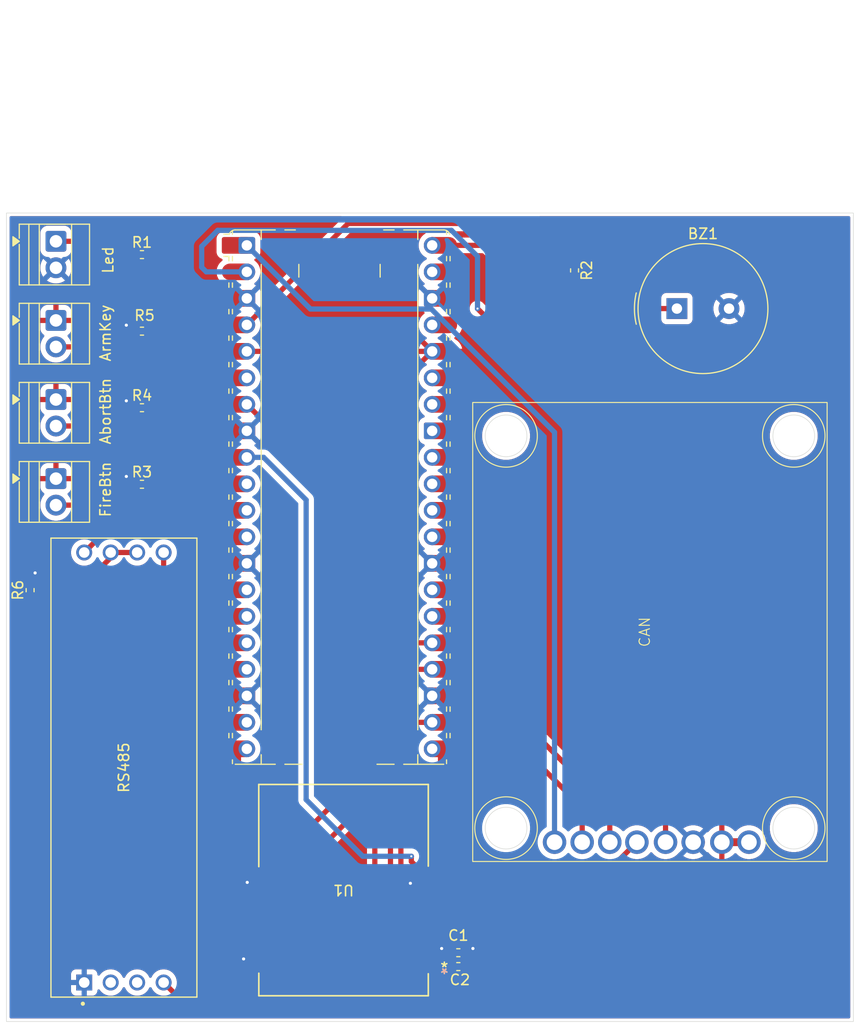
<source format=kicad_pcb>
(kicad_pcb (version 20241229) (generator "pcbnew") (generator_version "9.0")
  (layers (0 "F.Cu" signal) (2 "B.Cu" signal) (13 "F.Paste" user) (15 "B.Paste" user) (5 "F.SilkS" user "F.Silkscreen") (7 "B.SilkS" user "B.Silkscreen") (1 "F.Mask" user) (3 "B.Mask" user) (25 "Edge.Cuts" user))
  (net 0 "")
  (net 1 "/BUZZER_SIGNAL")
  (net 3 "/SPI0_MISO")
  (net 4 "/SPI0_SCK")
  (net 5 "/RADIO_BUSY")
  (net 7 "/LED_SIGNAL")
  (net 8 "/ABORT_SIGNAL")
  (net 11 "Net-(Led1-Pin_1)")
  (net 12 "/SPI0_MOSI")
  (net 14 "/RADIO_CS")
  (net 16 "Net-(BZ1-+)")
  (net 17 "/RS_TXEN")
  (net 20 "/RADIO_NRESET")
  (net 21 "/RADIO_DIO1")
  (net 23 "/RS_DE")
  (net 24 "/RS_DI")
  (net 29 "GND")
  (net 30 "/RS_B")
  (net 31 "/RS_A")
  (net 32 "+3.3V")
  (net 33 "/ARM_SIGNAL")
  (net 34 "/FIRE_SIGNAL")
  (net 35 "/RADIO_RX_EN")
  (net 36 "/RADIO_TX_EN")
  (net 37 "+5V")
  (net 38 "/RS_RO")
  (net 39 "/CAN_CS")
  (net 40 "/CAN_INT")
  (footprint "CANController:CANController" (layer "F.Cu") (at 169.98 107.66 90)
    (property "Reference" "CAN" (at 0 -0.5 90) (layer "F.SilkS") (effects (font (thickness 0.1))))
    (property "Value" "~")
    (fp_circle (center 18.8 -13.8) (end 20.8 -13.8) (stroke (width 0.05)) (fill no) (layer "Edge.Cuts"))
    (fp_circle (center -18.8 -13.8) (end -16.8 -13.8) (stroke (width 0.05)) (fill no) (layer "Edge.Cuts"))
    (fp_circle (center 18.8 13.8) (end 20.8 13.8) (stroke (width 0.05)) (fill no) (layer "Edge.Cuts"))
    (fp_circle (center -18.8 13.8) (end -16.8 13.8) (stroke (width 0.05)) (fill no) (layer "Edge.Cuts"))
    (pad "1" thru_hole circle (at -20.15 -9.15 90) (size 2.25 2.25) (drill 1.5) (layers "*.Cu" "*.Mask") (net 40 "/CAN_INT"))
    (pad "2" thru_hole circle (at -20.15 -6.5 90) (size 2.25 2.25) (drill 1.5) (layers "*.Cu" "*.Mask") (net 4 "/SPI0_SCK"))
    (pad "3" thru_hole circle (at -20.15 -3.85 90) (size 2.25 2.25) (drill 1.5) (layers "*.Cu" "*.Mask") (net 12 "/SPI0_MOSI"))
    (pad "4" thru_hole circle (at -20.15 -1.25 90) (size 2.25 2.25) (drill 1.5) (layers "*.Cu" "*.Mask") (net 3 "/SPI0_MISO"))
    (pad "5" thru_hole circle (at -20.15 1.5 90) (size 2.25 2.25) (drill 1.5) (layers "*.Cu" "*.Mask") (net 39 "/CAN_CS"))
    (pad "6" thru_hole circle (at -20.15 4.15 90) (size 2.25 2.25) (drill 1.5) (layers "*.Cu" "*.Mask") (net 29 "GND"))
    (pad "7" thru_hole circle (at -20.15 6.9 90) (size 2.25 2.25) (drill 1.5) (layers "*.Cu" "*.Mask") (net 37 "+5V"))
    (pad "8" thru_hole circle (at -20.15 9.5 90) (size 2.25 2.25) (drill 1.5) (layers "*.Cu" "*.Mask") (net 37 "+5V"))
  )
  (footprint "Buzzer_Beeper:Buzzer_TDK_PS1240P02BT_D12.2mm_H6.5mm" (layer "F.Cu") (at 172.569216 76.66)
    (property "Reference" "BZ1" (at 2.5 -7.17 0) (layer "F.SilkS"))
    (property "Value" "Buzzer")
    (pad "1" thru_hole rect (at 0 0) (size 2 2) (drill 1) (layers "*.Cu" "*.Mask") (net 16 "Net-(BZ1-+)"))
    (pad "2" thru_hole circle (at 5 0) (size 2 2) (drill 1) (layers "*.Cu" "*.Mask") (net 29 "GND"))
  )
  (footprint "MAX485Module:MODULE_MAX485_MODULE_5V_LOGIC_TLL_TO_RS-485_CONVERTER" (layer "F.Cu") (at 119.52 120.66 90)
    (property "Reference" "RS485" (at 0 0 90) (layer "F.SilkS"))
    (property "Value" "MAX485_MODULE_5V_LOGIC_TLL_TO_RS-485_CONVERTER" (hide yes))
    (pad "1" thru_hole rect (at -20.6 -3.81 90) (size 1.53 1.53) (drill 1.02) (layers "*.Cu" "*.Mask") (net 29 "GND"))
    (pad "2" thru_hole circle (at -20.6 -1.27 90) (size 1.53 1.53) (drill 1.02) (layers "*.Cu" "*.Mask") (net 31 "/RS_A"))
    (pad "3" thru_hole circle (at -20.6 1.27 90) (size 1.53 1.53) (drill 1.02) (layers "*.Cu" "*.Mask") (net 30 "/RS_B"))
    (pad "4" thru_hole circle (at -20.6 3.81 90) (size 1.53 1.53) (drill 1.02) (layers "*.Cu" "*.Mask") (net 37 "+5V"))
    (pad "5" thru_hole circle (at 20.62 3.81 90) (size 1.53 1.53) (drill 1.02) (layers "*.Cu" "*.Mask") (net 38 "/RS_RO"))
    (pad "6" thru_hole circle (at 20.62 1.27 90) (size 1.53 1.53) (drill 1.02) (layers "*.Cu" "*.Mask") (net 17 "/RS_TXEN"))
    (pad "7" thru_hole circle (at 20.62 -1.27 90) (size 1.53 1.53) (drill 1.02) (layers "*.Cu" "*.Mask") (net 17 "/RS_TXEN"))
    (pad "8" thru_hole circle (at 20.62 -3.81 90) (size 1.53 1.53) (drill 1.02) (layers "*.Cu" "*.Mask") (net 24 "/RS_DI"))
  )
  (footprint "TerminalBlock:TerminalBlock_Xinya_XY308-2.54-2P_1x02_P2.54mm_Horizontal" (layer "F.Cu") (at 113 70.21 -90)
    (property "Reference" "Led" (at 1.79 -5 90) (layer "F.SilkS"))
    (property "Value" ".")
    (pad "1" thru_hole roundrect (at 0 0 270) (size 2 2) (drill 1.2) (layers "*.Cu" "*.Mask") (roundrect_rratio 0.125) (net 11 "Net-(Led1-Pin_1)"))
    (pad "2" thru_hole circle (at 2.54 0 270) (size 2 2) (drill 1.2) (layers "*.Cu" "*.Mask") (net 29 "GND"))
  )
  (footprint "Rádio:E28-2G4M27SX_CGD" (layer "F.Cu") (at 140.59 132.4031 180)
    (property "Reference" "U1" (at 0 0 180) (layer "F.SilkS"))
    (property "Value" "E28-2G4M27SX")
    (fp_text user "*" (at -9.67 -7.45 180) (layer "F.SilkS"))
    (fp_text user "*" (at -9.67 -7.45 0) (layer "F.SilkS"))
    (fp_text user "*" (at -9.67 -7.45 180) (layer "B.SilkS"))
    (pad "1" smd rect (at -7.6581 -7.305 180) (size 1.2954 0.762) (layers "F.Cu" "F.Mask" "F.Paste") (net 32 "+3.3V"))
    (pad "2" smd rect (at -7.6581 -6.035 180) (size 1.2954 0.762) (layers "F.Cu" "F.Mask" "F.Paste") (net 29 "GND"))
    (pad "3" smd rect (at -7.6581 -4.765 180) (size 1.2954 0.762) (layers "F.Cu" "F.Mask" "F.Paste") (net 3 "/SPI0_MISO"))
    (pad "4" smd rect (at -7.6581 -3.495 180) (size 1.2954 0.762) (layers "F.Cu" "F.Mask" "F.Paste") (net 12 "/SPI0_MOSI"))
    (pad "5" smd rect (at -7.6581 -2.225 180) (size 1.2954 0.762) (layers "F.Cu" "F.Mask" "F.Paste") (net 4 "/SPI0_SCK"))
    (pad "6" smd rect (at -7.6581 -0.955 180) (size 1.2954 0.762) (layers "F.Cu" "F.Mask" "F.Paste") (net 14 "/RADIO_CS"))
    (pad "7" smd rect (at -7.6581 0.315 180) (size 1.2954 0.762) (layers "F.Cu" "F.Mask" "F.Paste") (net 29 "GND"))
    (pad "8" smd rect (at -7.6581 1.585 180) (size 1.2954 0.762) (layers "F.Cu" "F.Mask" "F.Paste") (net 35 "/RADIO_RX_EN"))
    (pad "9" smd rect (at 7.6581 1.585 180) (size 1.2954 0.762) (layers "F.Cu" "F.Mask" "F.Paste") (net 36 "/RADIO_TX_EN"))
    (pad "10" smd rect (at 7.6581 0.315 180) (size 1.2954 0.762) (layers "F.Cu" "F.Mask" "F.Paste") (net 29 "GND"))
    (pad "11" smd rect (at 7.6581 -0.955 180) (size 1.2954 0.762) (layers "F.Cu" "F.Mask" "F.Paste") (net 20 "/RADIO_NRESET"))
    (pad "12" smd rect (at 7.6581 -2.225 180) (size 1.2954 0.762) (layers "F.Cu" "F.Mask" "F.Paste") (net 5 "/RADIO_BUSY"))
    (pad "13" smd rect (at 7.6581 -3.495 180) (size 1.2954 0.762) (layers "F.Cu" "F.Mask" "F.Paste") (net 21 "/RADIO_DIO1"))
    (pad "14" smd rect (at 7.6581 -4.765 180) (size 1.2954 0.762) (layers "F.Cu" "F.Mask" "F.Paste"))
    (pad "15" smd rect (at 7.6581 -6.035 180) (size 1.2954 0.762) (layers "F.Cu" "F.Mask" "F.Paste"))
    (pad "16" smd rect (at 7.6581 -7.305 180) (size 1.2954 0.762) (layers "F.Cu" "F.Mask" "F.Paste") (net 29 "GND"))
  )
  (footprint "Resistor_SMD:R_0402_1005Metric" (layer "F.Cu") (at 110.52 103.65 90)
    (property "Reference" "R6" (at 0 -1.17 90) (layer "F.SilkS"))
    (property "Value" "1KΩ")
    (pad "1" smd roundrect (at -0.51 0 90) (size 0.54 0.64) (layers "F.Cu" "F.Mask" "F.Paste") (net 17 "/RS_TXEN"))
    (pad "2" smd roundrect (at 0.51 0 90) (size 0.54 0.64) (layers "F.Cu" "F.Mask" "F.Paste") (net 29 "GND"))
  )
  (footprint "TerminalBlock:TerminalBlock_Xinya_XY308-2.54-2P_1x02_P2.54mm_Horizontal" (layer "F.Cu") (at 113 85.376667 -90)
    (property "Reference" "AbortBtn" (at 1.123333 -4.75 90) (layer "F.SilkS"))
    (property "Value" ".")
    (pad "1" thru_hole roundrect (at 0 0 270) (size 2 2) (drill 1.2) (layers "*.Cu" "*.Mask") (roundrect_rratio 0.125) (net 32 "+3.3V"))
    (pad "2" thru_hole circle (at 2.54 0 270) (size 2 2) (drill 1.2) (layers "*.Cu" "*.Mask") (net 8 "/ABORT_SIGNAL"))
  )
  (footprint "Resistor_SMD:R_0402_1005Metric" (layer "F.Cu") (at 121.25 71.485)
    (property "Reference" "R1" (at 0 -1.17 0) (layer "F.SilkS"))
    (property "Value" "220Ω")
    (pad "1" smd roundrect (at -0.51 0) (size 0.54 0.64) (layers "F.Cu" "F.Mask" "F.Paste") (net 11 "Net-(Led1-Pin_1)"))
    (pad "2" smd roundrect (at 0.51 0) (size 0.54 0.64) (layers "F.Cu" "F.Mask" "F.Paste") (net 7 "/LED_SIGNAL"))
  )
  (footprint "TerminalBlock:TerminalBlock_Xinya_XY308-2.54-2P_1x02_P2.54mm_Horizontal" (layer "F.Cu") (at 113 77.793333 -90)
    (property "Reference" "ArmKey" (at 1.206667 -4.75 90) (layer "F.SilkS"))
    (property "Value" ".")
    (pad "1" thru_hole roundrect (at 0 0 270) (size 2 2) (drill 1.2) (layers "*.Cu" "*.Mask") (roundrect_rratio 0.125) (net 32 "+3.3V"))
    (pad "2" thru_hole circle (at 2.54 0 270) (size 2 2) (drill 1.2) (layers "*.Cu" "*.Mask") (net 33 "/ARM_SIGNAL"))
  )
  (footprint "Module:RaspberryPi_Pico_Common_Unspecified" (layer "F.Cu") (at 140.2 94.73)
    (property "Reference" "A1" (hide yes))
    (property "Value" "RaspberryPi_Pico")
    (pad "1" smd custom (at -9.69 -24.13) (size 1.6 0.8) (layers "F.Cu" "F.Mask") (net 40 "/CAN_INT") (options (clearance outline) (anchor rect)) (primitives (gr_circle (center 0.8 0) (end 1.6 0) (width 0) (fill yes)) (gr_poly (pts (xy -1.6 -0.6) (xy -1.6 0.6) (xy -1.4 0.8) (xy 0.8 0.8) (xy 0.8 -0.8) (xy -1.4 -0.8)) (width 0) (fill yes)) (gr_circle (center -1.4 -0.6) (end -1.2 -0.6) (width 0) (fill yes)) (gr_circle (center -1.4 0.6) (end -1.2 0.6) (width 0) (fill yes))))
    (pad "1" thru_hole roundrect (at -8.89 -24.13) (size 1.6 1.6) (drill 1) (layers "*.Cu" "*.Mask") (roundrect_rratio 0.125) (net 40 "/CAN_INT"))
    (pad "2" smd roundrect (at -9.69 -21.59) (size 3.2 1.6) (layers "F.Cu" "F.Mask") (roundrect_rratio 0.5) (net 39 "/CAN_CS"))
    (pad "2" thru_hole circle (at -8.89 -21.59) (size 1.6 1.6) (drill 1) (layers "*.Cu" "*.Mask") (net 39 "/CAN_CS"))
    (pad "3" smd custom (at -9.69 -19.05) (size 1.6 0.8) (layers "F.Cu" "F.Mask") (net 29 "GND") (options (clearance outline) (anchor rect)) (primitives (gr_circle (center -0.8 0) (end 0 0) (width 0) (fill yes)) (gr_poly (pts (xy 1.6 -0.6) (xy 1.6 0.6) (xy 1.4 0.8) (xy -0.8 0.8) (xy -0.8 -0.8) (xy 1.4 -0.8)) (width 0) (fill yes)) (gr_circle (center 1.4 -0.6) (end 1.6 -0.6) (width 0) (fill yes)) (gr_circle (center 1.4 0.6) (end 1.6 0.6) (width 0) (fill yes))))
    (pad "3" thru_hole custom (at -8.89 -19.05) (size 1.6 1.6) (drill 1) (layers "*.Cu" "*.Mask") (net 29 "GND") (options (clearance outline) (anchor circle)) (primitives (gr_poly (pts (xy 0.8 0.6) (xy 0.8 -0.6) (xy 0.6 -0.8) (xy 0 -0.8) (xy 0 0.8) (xy 0.6 0.8)) (width 0) (fill yes)) (gr_circle (center 0.6 0.6) (end 0.8 0.6) (width 0) (fill yes)) (gr_circle (center 0.6 -0.6) (end 0.8 -0.6) (width 0) (fill yes))))
    (pad "4" smd roundrect (at -9.69 -16.51) (size 3.2 1.6) (layers "F.Cu" "F.Mask") (roundrect_rratio 0.5) (net 1 "/BUZZER_SIGNAL"))
    (pad "4" thru_hole circle (at -8.89 -16.51) (size 1.6 1.6) (drill 1) (layers "*.Cu" "*.Mask") (net 1 "/BUZZER_SIGNAL"))
    (pad "5" smd roundrect (at -9.69 -13.97) (size 3.2 1.6) (layers "F.Cu" "F.Mask") (roundrect_rratio 0.5) (net 20 "/RADIO_NRESET"))
    (pad "5" thru_hole circle (at -8.89 -13.97) (size 1.6 1.6) (drill 1) (layers "*.Cu" "*.Mask") (net 20 "/RADIO_NRESET"))
    (pad "6" smd roundrect (at -9.69 -11.43) (size 3.2 1.6) (layers "F.Cu" "F.Mask") (roundrect_rratio 0.5))
    (pad "6" thru_hole circle (at -8.89 -11.43) (size 1.6 1.6) (drill 1) (layers "*.Cu" "*.Mask"))
    (pad "7" smd roundrect (at -9.69 -8.89) (size 3.2 1.6) (layers "F.Cu" "F.Mask") (roundrect_rratio 0.5) (net 36 "/RADIO_TX_EN"))
    (pad "7" thru_hole circle (at -8.89 -8.89) (size 1.6 1.6) (drill 1) (layers "*.Cu" "*.Mask") (net 36 "/RADIO_TX_EN"))
    (pad "8" smd custom (at -9.69 -6.35) (size 1.6 0.8) (layers "F.Cu" "F.Mask") (net 29 "GND") (options (clearance outline) (anchor rect)) (primitives (gr_circle (center -0.8 0) (end 0 0) (width 0) (fill yes)) (gr_poly (pts (xy 1.6 -0.6) (xy 1.6 0.6) (xy 1.4 0.8) (xy -0.8 0.8) (xy -0.8 -0.8) (xy 1.4 -0.8)) (width 0) (fill yes)) (gr_circle (center 1.4 -0.6) (end 1.6 -0.6) (width 0) (fill yes)) (gr_circle (center 1.4 0.6) (end 1.6 0.6) (width 0) (fill yes))))
    (pad "8" thru_hole custom (at -8.89 -6.35) (size 1.6 1.6) (drill 1) (layers "*.Cu" "*.Mask") (net 29 "GND") (options (clearance outline) (anchor circle)) (primitives (gr_poly (pts (xy 0.8 0.6) (xy 0.8 -0.6) (xy 0.6 -0.8) (xy 0 -0.8) (xy 0 0.8) (xy 0.6 0.8)) (width 0) (fill yes)) (gr_circle (center 0.6 0.6) (end 0.8 0.6) (width 0) (fill yes)) (gr_circle (center 0.6 -0.6) (end 0.8 -0.6) (width 0) (fill yes))))
    (pad "9" smd roundrect (at -9.69 -3.81) (size 3.2 1.6) (layers "F.Cu" "F.Mask") (roundrect_rratio 0.5) (net 35 "/RADIO_RX_EN"))
    (pad "9" thru_hole circle (at -8.89 -3.81) (size 1.6 1.6) (drill 1) (layers "*.Cu" "*.Mask") (net 35 "/RADIO_RX_EN"))
    (pad "10" smd roundrect (at -9.69 -1.27) (size 3.2 1.6) (layers "F.Cu" "F.Mask") (roundrect_rratio 0.5) (net 1 "/BUZZER_SIGNAL"))
    (pad "10" thru_hole circle (at -8.89 -1.27) (size 1.6 1.6) (drill 1) (layers "*.Cu" "*.Mask") (net 1 "/BUZZER_SIGNAL"))
    (pad "11" smd roundrect (at -9.69 1.27) (size 3.2 1.6) (layers "F.Cu" "F.Mask") (roundrect_rratio 0.5) (net 7 "/LED_SIGNAL"))
    (pad "11" thru_hole circle (at -8.89 1.27) (size 1.6 1.6) (drill 1) (layers "*.Cu" "*.Mask") (net 7 "/LED_SIGNAL"))
    (pad "12" smd roundrect (at -9.69 3.81) (size 3.2 1.6) (layers "F.Cu" "F.Mask") (roundrect_rratio 0.5) (net 33 "/ARM_SIGNAL"))
    (pad "12" thru_hole circle (at -8.89 3.81) (size 1.6 1.6) (drill 1) (layers "*.Cu" "*.Mask") (net 33 "/ARM_SIGNAL"))
    (pad "13" smd custom (at -9.69 6.35) (size 1.6 0.8) (layers "F.Cu" "F.Mask") (net 29 "GND") (options (clearance outline) (anchor rect)) (primitives (gr_circle (center -0.8 0) (end 0 0) (width 0) (fill yes)) (gr_poly (pts (xy 1.6 -0.6) (xy 1.6 0.6) (xy 1.4 0.8) (xy -0.8 0.8) (xy -0.8 -0.8) (xy 1.4 -0.8)) (width 0) (fill yes)) (gr_circle (center 1.4 -0.6) (end 1.6 -0.6) (width 0) (fill yes)) (gr_circle (center 1.4 0.6) (end 1.6 0.6) (width 0) (fill yes))))
    (pad "13" thru_hole custom (at -8.89 6.35) (size 1.6 1.6) (drill 1) (layers "*.Cu" "*.Mask") (net 29 "GND") (options (clearance outline) (anchor circle)) (primitives (gr_poly (pts (xy 0.8 0.6) (xy 0.8 -0.6) (xy 0.6 -0.8) (xy 0 -0.8) (xy 0 0.8) (xy 0.6 0.8)) (width 0) (fill yes)) (gr_circle (center 0.6 0.6) (end 0.8 0.6) (width 0) (fill yes)) (gr_circle (center 0.6 -0.6) (end 0.8 -0.6) (width 0) (fill yes))))
    (pad "14" smd roundrect (at -9.69 8.89) (size 3.2 1.6) (layers "F.Cu" "F.Mask") (roundrect_rratio 0.5) (net 8 "/ABORT_SIGNAL"))
    (pad "14" thru_hole circle (at -8.89 8.89) (size 1.6 1.6) (drill 1) (layers "*.Cu" "*.Mask") (net 8 "/ABORT_SIGNAL"))
    (pad "15" smd roundrect (at -9.69 11.43) (size 3.2 1.6) (layers "F.Cu" "F.Mask") (roundrect_rratio 0.5) (net 34 "/FIRE_SIGNAL"))
    (pad "15" thru_hole circle (at -8.89 11.43) (size 1.6 1.6) (drill 1) (layers "*.Cu" "*.Mask") (net 34 "/FIRE_SIGNAL"))
    (pad "16" smd roundrect (at -9.69 13.97) (size 3.2 1.6) (layers "F.Cu" "F.Mask") (roundrect_rratio 0.5) (net 24 "/RS_DI"))
    (pad "16" thru_hole circle (at -8.89 13.97) (size 1.6 1.6) (drill 1) (layers "*.Cu" "*.Mask") (net 24 "/RS_DI"))
    (pad "17" smd roundrect (at -9.69 16.51) (size 3.2 1.6) (layers "F.Cu" "F.Mask") (roundrect_rratio 0.5) (net 38 "/RS_RO"))
    (pad "17" thru_hole circle (at -8.89 16.51) (size 1.6 1.6) (drill 1) (layers "*.Cu" "*.Mask") (net 38 "/RS_RO"))
    (pad "18" smd custom (at -9.69 19.05) (size 1.6 0.8) (layers "F.Cu" "F.Mask") (net 29 "GND") (options (clearance outline) (anchor rect)) (primitives (gr_circle (center -0.8 0) (end 0 0) (width 0) (fill yes)) (gr_poly (pts (xy 1.6 -0.6) (xy 1.6 0.6) (xy 1.4 0.8) (xy -0.8 0.8) (xy -0.8 -0.8) (xy 1.4 -0.8)) (width 0) (fill yes)) (gr_circle (center 1.4 -0.6) (end 1.6 -0.6) (width 0) (fill yes)) (gr_circle (center 1.4 0.6) (end 1.6 0.6) (width 0) (fill yes))))
    (pad "18" thru_hole custom (at -8.89 19.05) (size 1.6 1.6) (drill 1) (layers "*.Cu" "*.Mask") (net 29 "GND") (options (clearance outline) (anchor circle)) (primitives (gr_poly (pts (xy 0.8 0.6) (xy 0.8 -0.6) (xy 0.6 -0.8) (xy 0 -0.8) (xy 0 0.8) (xy 0.6 0.8)) (width 0) (fill yes)) (gr_circle (center 0.6 0.6) (end 0.8 0.6) (width 0) (fill yes)) (gr_circle (center 0.6 -0.6) (end 0.8 -0.6) (width 0) (fill yes))))
    (pad "19" smd roundrect (at -9.69 21.59) (size 3.2 1.6) (layers "F.Cu" "F.Mask") (roundrect_rratio 0.5) (net 21 "/RADIO_DIO1"))
    (pad "19" thru_hole circle (at -8.89 21.59) (size 1.6 1.6) (drill 1) (layers "*.Cu" "*.Mask") (net 21 "/RADIO_DIO1"))
    (pad "20" smd roundrect (at -9.69 24.13) (size 3.2 1.6) (layers "F.Cu" "F.Mask") (roundrect_rratio 0.5) (net 5 "/RADIO_BUSY"))
    (pad "20" thru_hole circle (at -8.89 24.13) (size 1.6 1.6) (drill 1) (layers "*.Cu" "*.Mask") (net 5 "/RADIO_BUSY"))
    (pad "21" thru_hole circle (at 8.89 24.13) (size 1.6 1.6) (drill 1) (layers "*.Cu" "*.Mask") (net 3 "/SPI0_MISO"))
    (pad "21" smd roundrect (at 9.69 24.13) (size 3.2 1.6) (layers "F.Cu" "F.Mask") (roundrect_rratio 0.5) (net 3 "/SPI0_MISO"))
    (pad "22" thru_hole circle (at 8.89 21.59) (size 1.6 1.6) (drill 1) (layers "*.Cu" "*.Mask") (net 14 "/RADIO_CS"))
    (pad "22" smd roundrect (at 9.69 21.59) (size 3.2 1.6) (layers "F.Cu" "F.Mask") (roundrect_rratio 0.5) (net 14 "/RADIO_CS"))
    (pad "23" thru_hole custom (at 8.89 19.05) (size 1.6 1.6) (drill 1) (layers "*.Cu" "*.Mask") (net 29 "GND") (options (clearance outline) (anchor circle)) (primitives (gr_poly (pts (xy -0.8 0.6) (xy -0.8 -0.6) (xy -0.6 -0.8) (xy 0 -0.8) (xy 0 0.8) (xy -0.6 0.8)) (width 0) (fill yes)) (gr_circle (center -0.6 0.6) (end -0.4 0.6) (width 0) (fill yes)) (gr_circle (center -0.6 -0.6) (end -0.4 -0.6) (width 0) (fill yes))))
    (pad "23" smd custom (at 9.69 19.05) (size 1.6 0.8) (layers "F.Cu" "F.Mask") (net 29 "GND") (options (clearance outline) (anchor rect)) (primitives (gr_circle (center 0.8 0) (end 1.6 0) (width 0) (fill yes)) (gr_poly (pts (xy -1.6 -0.6) (xy -1.6 0.6) (xy -1.4 0.8) (xy 0.8 0.8) (xy 0.8 -0.8) (xy -1.4 -0.8)) (width 0) (fill yes)) (gr_circle (center -1.4 -0.6) (end -1.2 -0.6) (width 0) (fill yes)) (gr_circle (center -1.4 0.6) (end -1.2 0.6) (width 0) (fill yes))))
    (pad "24" thru_hole circle (at 8.89 16.51) (size 1.6 1.6) (drill 1) (layers "*.Cu" "*.Mask") (net 4 "/SPI0_SCK"))
    (pad "24" smd roundrect (at 9.69 16.51) (size 3.2 1.6) (layers "F.Cu" "F.Mask") (roundrect_rratio 0.5) (net 4 "/SPI0_SCK"))
    (pad "25" thru_hole circle (at 8.89 13.97) (size 1.6 1.6) (drill 1) (layers "*.Cu" "*.Mask") (net 12 "/SPI0_MOSI"))
    (pad "25" smd roundrect (at 9.69 13.97) (size 3.2 1.6) (layers "F.Cu" "F.Mask") (roundrect_rratio 0.5) (net 12 "/SPI0_MOSI"))
    (pad "26" thru_hole circle (at 8.89 11.43) (size 1.6 1.6) (drill 1) (layers "*.Cu" "*.Mask"))
    (pad "26" smd roundrect (at 9.69 11.43) (size 3.2 1.6) (layers "F.Cu" "F.Mask") (roundrect_rratio 0.5))
    (pad "27" thru_hole circle (at 8.89 8.89) (size 1.6 1.6) (drill 1) (layers "*.Cu" "*.Mask"))
    (pad "27" smd roundrect (at 9.69 8.89) (size 3.2 1.6) (layers "F.Cu" "F.Mask") (roundrect_rratio 0.5))
    (pad "28" thru_hole custom (at 8.89 6.35) (size 1.6 1.6) (drill 1) (layers "*.Cu" "*.Mask") (net 29 "GND") (options (clearance outline) (anchor circle)) (primitives (gr_poly (pts (xy -0.8 0.6) (xy -0.8 -0.6) (xy -0.6 -0.8) (xy 0 -0.8) (xy 0 0.8) (xy -0.6 0.8)) (width 0) (fill yes)) (gr_circle (center -0.6 0.6) (end -0.4 0.6) (width 0) (fill yes)) (gr_circle (center -0.6 -0.6) (end -0.4 -0.6) (width 0) (fill yes))))
    (pad "28" smd custom (at 9.69 6.35) (size 1.6 0.8) (layers "F.Cu" "F.Mask") (net 29 "GND") (options (clearance outline) (anchor rect)) (primitives (gr_circle (center 0.8 0) (end 1.6 0) (width 0) (fill yes)) (gr_poly (pts (xy -1.6 -0.6) (xy -1.6 0.6) (xy -1.4 0.8) (xy 0.8 0.8) (xy 0.8 -0.8) (xy -1.4 -0.8)) (width 0) (fill yes)) (gr_circle (center -1.4 -0.6) (end -1.2 -0.6) (width 0) (fill yes)) (gr_circle (center -1.4 0.6) (end -1.2 0.6) (width 0) (fill yes))))
    (pad "29" thru_hole circle (at 8.89 3.81) (size 1.6 1.6) (drill 1) (layers "*.Cu" "*.Mask") (net 23 "/RS_DE"))
    (pad "29" smd roundrect (at 9.69 3.81) (size 3.2 1.6) (layers "F.Cu" "F.Mask") (roundrect_rratio 0.5) (net 23 "/RS_DE"))
    (pad "30" thru_hole circle (at 8.89 1.27) (size 1.6 1.6) (drill 1) (layers "*.Cu" "*.Mask"))
    (pad "30" smd roundrect (at 9.69 1.27) (size 3.2 1.6) (layers "F.Cu" "F.Mask") (roundrect_rratio 0.5))
    (pad "31" thru_hole circle (at 8.89 -1.27) (size 1.6 1.6) (drill 1) (layers "*.Cu" "*.Mask"))
    (pad "31" smd roundrect (at 9.69 -1.27) (size 3.2 1.6) (layers "F.Cu" "F.Mask") (roundrect_rratio 0.5))
    (pad "32" thru_hole circle (at 8.89 -3.81) (size 1.6 1.6) (drill 1) (layers "*.Cu" "*.Mask"))
    (pad "32" smd roundrect (at 9.69 -3.81) (size 3.2 1.6) (layers "F.Cu" "F.Mask") (roundrect_rratio 0.5))
    (pad "33" thru_hole custom (at 8.89 -6.35) (size 1.6 1.6) (drill 1) (layers "*.Cu" "*.Mask") (options (clearance outline) (anchor circle)) (primitives (gr_poly (pts (xy -0.8 0.6) (xy -0.8 -0.6) (xy -0.6 -0.8) (xy 0 -0.8) (xy 0 0.8) (xy -0.6 0.8)) (width 0) (fill yes)) (gr_circle (center -0.6 0.6) (end -0.4 0.6) (width 0) (fill yes)) (gr_circle (center -0.6 -0.6) (end -0.4 -0.6) (width 0) (fill yes))))
    (pad "33" smd custom (at 9.69 -6.35) (size 1.6 0.8) (layers "F.Cu" "F.Mask") (options (clearance outline) (anchor rect)) (primitives (gr_circle (center 0.8 0) (end 1.6 0) (width 0) (fill yes)) (gr_poly (pts (xy -1.6 -0.6) (xy -1.6 0.6) (xy -1.4 0.8) (xy 0.8 0.8) (xy 0.8 -0.8) (xy -1.4 -0.8)) (width 0) (fill yes)) (gr_circle (center -1.4 -0.6) (end -1.2 -0.6) (width 0) (fill yes)) (gr_circle (center -1.4 0.6) (end -1.2 0.6) (width 0) (fill yes))))
    (pad "34" thru_hole circle (at 8.89 -8.89) (size 1.6 1.6) (drill 1) (layers "*.Cu" "*.Mask"))
    (pad "34" smd roundrect (at 9.69 -8.89) (size 3.2 1.6) (layers "F.Cu" "F.Mask") (roundrect_rratio 0.5))
    (pad "35" thru_hole circle (at 8.89 -11.43) (size 1.6 1.6) (drill 1) (layers "*.Cu" "*.Mask"))
    (pad "35" smd roundrect (at 9.69 -11.43) (size 3.2 1.6) (layers "F.Cu" "F.Mask") (roundrect_rratio 0.5))
    (pad "36" thru_hole circle (at 8.89 -13.97) (size 1.6 1.6) (drill 1) (layers "*.Cu" "*.Mask") (net 32 "+3.3V"))
    (pad "36" smd roundrect (at 9.69 -13.97) (size 3.2 1.6) (layers "F.Cu" "F.Mask") (roundrect_rratio 0.5) (net 32 "+3.3V"))
    (pad "37" thru_hole circle (at 8.89 -16.51) (size 1.6 1.6) (drill 1) (layers "*.Cu" "*.Mask"))
    (pad "37" smd roundrect (at 9.69 -16.51) (size 3.2 1.6) (layers "F.Cu" "F.Mask") (roundrect_rratio 0.5))
    (pad "38" thru_hole custom (at 8.89 -19.05) (size 1.6 1.6) (drill 1) (layers "*.Cu" "*.Mask") (net 29 "GND") (options (clearance outline) (anchor circle)) (primitives (gr_poly (pts (xy -0.8 0.6) (xy -0.8 -0.6) (xy -0.6 -0.8) (xy 0 -0.8) (xy 0 0.8) (xy -0.6 0.8)) (width 0) (fill yes)) (gr_circle (center -0.6 0.6) (end -0.4 0.6) (width 0) (fill yes)) (gr_circle (center -0.6 -0.6) (end -0.4 -0.6) (width 0) (fill yes))))
    (pad "38" smd custom (at 9.69 -19.05) (size 1.6 0.8) (layers "F.Cu" "F.Mask") (net 29 "GND") (options (clearance outline) (anchor rect)) (primitives (gr_circle (center 0.8 0) (end 1.6 0) (width 0) (fill yes)) (gr_poly (pts (xy -1.6 -0.6) (xy -1.6 0.6) (xy -1.4 0.8) (xy 0.8 0.8) (xy 0.8 -0.8) (xy -1.4 -0.8)) (width 0) (fill yes)) (gr_circle (center -1.4 -0.6) (end -1.2 -0.6) (width 0) (fill yes)) (gr_circle (center -1.4 0.6) (end -1.2 0.6) (width 0) (fill yes))))
    (pad "39" thru_hole circle (at 8.89 -21.59) (size 1.6 1.6) (drill 1) (layers "*.Cu" "*.Mask"))
    (pad "39" smd roundrect (at 9.69 -21.59) (size 3.2 1.6) (layers "F.Cu" "F.Mask") (roundrect_rratio 0.5))
    (pad "40" thru_hole circle (at 8.89 -24.13) (size 1.6 1.6) (drill 1) (layers "*.Cu" "*.Mask") (net 37 "+5V"))
    (pad "40" smd roundrect (at 9.69 -24.13) (size 3.2 1.6) (layers "F.Cu" "F.Mask") (roundrect_rratio 0.5) (net 37 "+5V"))
  )
  (footprint "Resistor_SMD:R_0402_1005Metric" (layer "F.Cu") (at 121.25 93.5)
    (property "Reference" "R3" (at 0 -1.17 0) (layer "F.SilkS"))
    (property "Value" "10KΩ")
    (pad "1" smd roundrect (at -0.51 0) (size 0.54 0.64) (layers "F.Cu" "F.Mask" "F.Paste") (net 29 "GND"))
    (pad "2" smd roundrect (at 0.51 0) (size 0.54 0.64) (layers "F.Cu" "F.Mask" "F.Paste") (net 34 "/FIRE_SIGNAL"))
  )
  (footprint "Resistor_SMD:R_0402_1005Metric" (layer "F.Cu") (at 151.6 139.7331)
    (property "Reference" "C2" (at 0.15 1.2669 0) (layer "F.SilkS"))
    (property "Value" "0.1uF")
    (pad "1" smd roundrect (at -0.51 0) (size 0.54 0.64) (layers "F.Cu" "F.Mask" "F.Paste") (net 32 "+3.3V"))
    (pad "2" smd roundrect (at 0.51 0) (size 0.54 0.64) (layers "F.Cu" "F.Mask" "F.Paste") (net 29 "GND"))
  )
  (footprint "Resistor_SMD:R_0402_1005Metric" (layer "F.Cu") (at 121.25 86.161667)
    (property "Reference" "R4" (at 0 -1.17 0) (layer "F.SilkS"))
    (property "Value" "10KΩ")
    (pad "1" smd roundrect (at -0.51 0) (size 0.54 0.64) (layers "F.Cu" "F.Mask" "F.Paste") (net 29 "GND"))
    (pad "2" smd roundrect (at 0.51 0) (size 0.54 0.64) (layers "F.Cu" "F.Mask" "F.Paste") (net 8 "/ABORT_SIGNAL"))
  )
  (footprint "Resistor_SMD:R_0402_1005Metric" (layer "F.Cu") (at 162.75 73 -90)
    (property "Reference" "R2" (at 0 -1.17 90) (layer "F.SilkS"))
    (property "Value" "100Ω")
    (pad "1" smd roundrect (at -0.51 0 270) (size 0.54 0.64) (layers "F.Cu" "F.Mask" "F.Paste") (net 1 "/BUZZER_SIGNAL"))
    (pad "2" smd roundrect (at 0.51 0 270) (size 0.54 0.64) (layers "F.Cu" "F.Mask" "F.Paste") (net 16 "Net-(BZ1-+)"))
  )
  (footprint "Resistor_SMD:R_0402_1005Metric" (layer "F.Cu") (at 121.25 78.823333)
    (property "Reference" "R5" (at 0.25 -1.5 0) (layer "F.SilkS"))
    (property "Value" "10KΩ")
    (pad "1" smd roundrect (at -0.51 0) (size 0.54 0.64) (layers "F.Cu" "F.Mask" "F.Paste") (net 29 "GND"))
    (pad "2" smd roundrect (at 0.51 0) (size 0.54 0.64) (layers "F.Cu" "F.Mask" "F.Paste") (net 33 "/ARM_SIGNAL"))
  )
  (footprint "Resistor_SMD:R_0402_1005Metric" (layer "F.Cu") (at 151.6 138.4031)
    (property "Reference" "C1" (at 0 -1.6531 0) (layer "F.SilkS"))
    (property "Value" "100uF")
    (pad "1" smd roundrect (at -0.51 0) (size 0.54 0.64) (layers "F.Cu" "F.Mask" "F.Paste") (net 32 "+3.3V"))
    (pad "2" smd roundrect (at 0.51 0) (size 0.54 0.64) (layers "F.Cu" "F.Mask" "F.Paste") (net 29 "GND"))
  )
  (footprint "TerminalBlock:TerminalBlock_Xinya_XY308-2.54-2P_1x02_P2.54mm_Horizontal" (layer "F.Cu") (at 113 92.96 -90)
    (property "Reference" "FireBtn" (at 1.04 -4.75 90) (layer "F.SilkS"))
    (property "Value" ".")
    (pad "1" thru_hole roundrect (at 0 0 270) (size 2 2) (drill 1.2) (layers "*.Cu" "*.Mask") (roundrect_rratio 0.125) (net 32 "+3.3V"))
    (pad "2" thru_hole circle (at 2.54 0 270) (size 2 2) (drill 1.2) (layers "*.Cu" "*.Mask") (net 34 "/FIRE_SIGNAL"))
  )
  (gr_rect (start 108.25 67.5) (end 189.5 145) (stroke (width 0.05)) (fill no) (layer "Edge.Cuts"))
  (segment (start 162.75 72.49) (end 158.76 68.5) (width 0.5) (layer "F.Cu") (net 1))
  (segment (start 158.76 68.5) (end 141.03 68.5) (width 0.5) (layer "F.Cu") (net 1))
  (segment (start 141.03 68.5) (end 131.31 78.22) (width 0.5) (layer "F.Cu") (net 1))
  (segment (start 149.09 137.16) (end 149.89 136.36) (width 0.5) (layer "F.Cu") (net 3))
  (segment (start 148.59 137.16) (end 149.09 137.16) (width 0.5) (layer "F.Cu") (net 3))
  (segment (start 153 130.75) (end 151.98 129.73) (width 0.5) (layer "F.Cu") (net 3))
  (segment (start 149.89 136.36) (end 149.89 118.86) (width 0.5) (layer "F.Cu") (net 3))
  (segment (start 149.889999 119.659999) (end 149.09 118.86) (width 0.13) (layer "F.Cu") (net 3))
  (segment (start 151.98 129.73) (end 151.98 120.95) (width 0.5) (layer "F.Cu") (net 3))
  (segment (start 151.98 120.95) (end 149.89 118.86) (width 0.5) (layer "F.Cu") (net 3))
  (segment (start 148.5819 137.1681) (end 148.59 137.16) (width 0.5) (layer "F.Cu") (net 3))
  (segment (start 165.79 130.75) (end 153 130.75) (width 0.5) (layer "F.Cu") (net 3))
  (segment (start 168.73 127.81) (end 165.79 130.75) (width 0.5) (layer "F.Cu") (net 3))
  (segment (start 148.2481 137.1681) (end 148.5819 137.1681) (width 0.13) (layer "F.Cu") (net 3))
  (segment (start 150.37 111.24) (end 149.89 111.24) (width 0.2) (layer "F.Cu") (net 4))
  (segment (start 163.48 127.81) (end 163.48 124.49863) (width 0.5) (layer "F.Cu") (net 4))
  (segment (start 148.2481 134.6281) (end 146.5581 134.6281) (width 0.5) (layer "F.Cu") (net 4))
  (segment (start 146.51 111.24) (end 149.09 111.24) (width 0.5) (layer "F.Cu") (net 4))
  (segment (start 146.5581 134.6281) (end 145.09 133.16) (width 0.5) (layer "F.Cu") (net 4))
  (segment (start 163.48 124.49863) (end 150.22137 111.24) (width 0.5) (layer "F.Cu") (net 4))
  (segment (start 145.09 112.66) (end 146.51 111.24) (width 0.5) (layer "F.Cu") (net 4))
  (segment (start 145.09 133.16) (end 145.09 112.66) (width 0.5) (layer "F.Cu") (net 4))
  (segment (start 150.22137 111.24) (end 149.09 111.24) (width 0.5) (layer "F.Cu") (net 4))
  (segment (start 132.9319 134.6281) (end 132.6652 134.6281) (width 0.13) (layer "F.Cu") (net 5))
  (segment (start 130.51 132.4729) (end 130.51 118.86) (width 0.5) (layer "F.Cu") (net 5))
  (segment (start 132.6652 134.6281) (end 130.51 132.4729) (width 0.5) (layer "F.Cu") (net 5))
  (segment (start 128.504 78.229) (end 128.504 93.994) (width 0.5) (layer "F.Cu") (net 7))
  (segment (start 128.504 93.994) (end 130.51 96) (width 0.5) (layer "F.Cu") (net 7))
  (segment (start 121.76 71.485) (end 128.504 78.229) (width 0.5) (layer "F.Cu") (net 7))
  (segment (start 121.76 86.161667) (end 121.76 87.073334) (width 0.5) (layer "F.Cu") (net 8))
  (segment (start 121.76 86.161667) (end 125.363667 86.161667) (width 0.5) (layer "F.Cu") (net 8))
  (segment (start 127.202 88) (end 127.202 100.312) (width 0.5) (layer "F.Cu") (net 8))
  (segment (start 127.202 100.312) (end 130.51 103.62) (width 0.5) (layer "F.Cu") (net 8))
  (segment (start 125.363667 86.161667) (end 127.202 88) (width 0.5) (layer "F.Cu") (net 8))
  (segment (start 121.76 87.073334) (end 120.916667 87.916667) (width 0.5) (layer "F.Cu") (net 8))
  (segment (start 120.916667 87.916667) (end 113 87.916667) (width 0.5) (layer "F.Cu") (net 8))
  (segment (start 113 70.21) (end 119.465 70.21) (width 0.5) (layer "F.Cu") (net 11))
  (segment (start 120.74 71.485) (end 119.465 70.21) (width 0.5) (layer "F.Cu") (net 11))
  (segment (start 166.13 127.81) (end 166.13 124.60863) (width 0.5) (layer "F.Cu") (net 12))
  (segment (start 143.59 111.66) (end 146.55 108.7) (width 0.5) (layer "F.Cu") (net 12))
  (segment (start 143.59 133.66) (end 143.59 111.66) (width 0.5) (layer "F.Cu") (net 12))
  (segment (start 148.2481 135.8981) (end 145.8281 135.8981) (width 0.5) (layer "F.Cu") (net 12))
  (segment (start 150.22137 108.7) (end 149.09 108.7) (width 0.5) (layer "F.Cu") (net 12))
  (segment (start 166.13 124.60863) (end 150.22137 108.7) (width 0.5) (layer "F.Cu") (net 12))
  (segment (start 150.48 108.7) (end 149.89 108.7) (width 0.2) (layer "F.Cu") (net 12))
  (segment (start 145.8281 135.8981) (end 143.59 133.66) (width 0.5) (layer "F.Cu") (net 12))
  (segment (start 146.55 108.7) (end 149.09 108.7) (width 0.5) (layer "F.Cu") (net 12))
  (segment (start 147.045 133.3581) (end 146.09 132.4031) (width 0.5) (layer "F.Cu") (net 14))
  (segment (start 146.09 117.66) (end 147.43 116.32) (width 0.5) (layer "F.Cu") (net 14))
  (segment (start 148.2481 133.3581) (end 147.045 133.3581) (width 0.5) (layer "F.Cu") (net 14))
  (segment (start 147.43 116.32) (end 149.09 116.32) (width 0.5) (layer "F.Cu") (net 14))
  (segment (start 146.09 132.4031) (end 146.09 117.66) (width 0.5) (layer "F.Cu") (net 14))
  (segment (start 172.569216 76.66) (end 165.9 76.66) (width 0.5) (layer "F.Cu") (net 16))
  (segment (start 165.9 76.66) (end 162.75 73.51) (width 0.5) (layer "F.Cu") (net 16))
  (segment (start 111.02 106.16) (end 110.52 105.66) (width 0.5) (layer "F.Cu") (net 17))
  (segment (start 120.79 100.04) (end 118.25 100.04) (width 0.5) (layer "F.Cu") (net 17))
  (segment (start 112.63 106.16) (end 111.02 106.16) (width 0.5) (layer "F.Cu") (net 17))
  (segment (start 110.52 105.66) (end 110.52 104.16) (width 0.5) (layer "F.Cu") (net 17))
  (segment (start 118.25 100.54) (end 112.63 106.16) (width 0.5) (layer "F.Cu") (net 17))
  (segment (start 133.3919 133.3581) (end 132.9319 133.3581) (width 0.13) (layer "F.Cu") (net 20))
  (segment (start 141.25 125.5) (end 141.25 89) (width 0.5) (layer "F.Cu") (net 20))
  (segment (start 133 80.75) (end 132.99 80.76) (width 0.5) (layer "F.Cu") (net 20))
  (segment (start 132.99 80.76) (end 131.31 80.76) (width 0.5) (layer "F.Cu") (net 20))
  (segment (start 133.3919 133.3581) (end 141.25 125.5) (width 0.5) (layer "F.Cu") (net 20))
  (segment (start 141.25 89) (end 133 80.75) (width 0.5) (layer "F.Cu") (net 20))
  (segment (start 129.18 116.32) (end 128.09 117.41) (width 0.5) (layer "F.Cu") (net 21))
  (segment (start 128.09 132.2039) (end 131.7842 135.8981) (width 0.5) (layer "F.Cu") (net 21))
  (segment (start 131.7842 135.8981) (end 132.9319 135.8981) (width 0.5) (layer "F.Cu") (net 21))
  (segment (start 128.09 117.41) (end 128.09 132.2039) (width 0.5) (layer "F.Cu") (net 21))
  (segment (start 132.9319 135.8981) (end 132.6652 135.8981) (width 0.13) (layer "F.Cu") (net 21))
  (segment (start 130.51 116.32) (end 129.18 116.32) (width 0.5) (layer "F.Cu") (net 21))
  (segment (start 115.71 100.04) (end 118.09 97.66) (width 0.5) (layer "F.Cu") (net 24))
  (segment (start 118.09 97.66) (end 123.66 97.66) (width 0.5) (layer "F.Cu") (net 24))
  (segment (start 124.94 98.94) (end 124.94 103.13) (width 0.5) (layer "F.Cu") (net 24))
  (segment (start 124.94 103.13) (end 130.51 108.7) (width 0.5) (layer "F.Cu") (net 24))
  (segment (start 123.66 97.66) (end 124.94 98.94) (width 0.5) (layer "F.Cu") (net 24))
  (segment (start 131.7081 139.7081) (end 131 139) (width 0.25) (layer "F.Cu") (net 29))
  (segment (start 148.2481 132.0881) (end 147.3381 132.0881) (width 0.25) (layer "F.Cu") (net 29))
  (segment (start 120.74 86.161667) (end 120.411667 86.161667) (width 0.5) (layer "F.Cu") (net 29))
  (segment (start 120.411667 86.161667) (end 119.75 85.5) (width 0.5) (layer "F.Cu") (net 29))
  (segment (start 132.9319 139.7081) (end 131.7081 139.7081) (width 0.25) (layer "F.Cu") (net 29))
  (segment (start 131.349359 131.662849) (end 131.43651 131.75) (width 0.2) (layer "F.Cu") (net 29))
  (segment (start 152.11 139.7331) (end 152.11 138.4031) (width 0.2) (layer "F.Cu") (net 29))
  (segment (start 148.2481 138.4381) (end 149.5619 138.4381) (width 0.5) (layer "F.Cu") (net 29))
  (segment (start 131.43651 131.75) (end 131.75 131.75) (width 0.25) (layer "F.Cu") (net 29))
  (segment (start 110.52 103.14) (end 110.52 102.48) (width 0.5) (layer "F.Cu") (net 29))
  (segment (start 131.75 131.75) (end 132.0881 132.0881) (width 0.25) (layer "F.Cu") (net 29))
  (segment (start 120.5 93.5) (end 119.75 92.75) (width 0.5) (layer "F.Cu") (net 29))
  (segment (start 147.3381 132.0881) (end 147 131.75) (width 0.25) (layer "F.Cu") (net 29))
  (segment (start 152.11 138.4031) (end 152.5969 138.4031) (width 0.2) (layer "F.Cu") (net 29))
  (segment (start 110.52 102.48) (end 111 102) (width 0.5) (layer "F.Cu") (net 29))
  (segment (start 120.323333 78.823333) (end 119.75 78.25) (width 0.5) (layer "F.Cu") (net 29))
  (segment (start 152.5969 138.4031) (end 153 138) (width 0.2) (layer "F.Cu") (net 29))
  (segment (start 149.5619 138.4381) (end 150 138) (width 0.5) (layer "F.Cu") (net 29))
  (segment (start 120.74 78.823333) (end 120.323333 78.823333) (width 0.5) (layer "F.Cu") (net 29))
  (segment (start 120.74 93.5) (end 120.5 93.5) (width 0.5) (layer "F.Cu") (net 29))
  (segment (start 132.0881 132.0881) (end 132.9319 132.0881) (width 0.25) (layer "F.Cu") (net 29))
  (via (at 119.75 92.75) (size 0.7) (drill 0.3) (layers "F.Cu" "B.Cu") (net 29))
  (via (at 153 138) (size 0.7) (drill 0.3) (layers "F.Cu" "B.Cu") (net 29))
  (via (at 131.349359 131.662849) (size 0.7) (drill 0.3) (layers "F.Cu" "B.Cu") (net 29))
  (via (at 131 139) (size 0.7) (drill 0.3) (layers "F.Cu" "B.Cu") (net 29))
  (via (at 111 102) (size 0.7) (drill 0.3) (layers "F.Cu" "B.Cu") (net 29))
  (via (at 119.75 78.25) (size 0.7) (drill 0.3) (layers "F.Cu" "B.Cu") (net 29))
  (via (at 119.75 85.5) (size 0.7) (drill 0.3) (layers "F.Cu" "B.Cu") (net 29))
  (via (at 147 131.75) (size 0.7) (drill 0.3) (layers "F.Cu" "B.Cu") (net 29))
  (via (at 150 138) (size 0.7) (drill 0.3) (layers "F.Cu" "B.Cu") (net 29))
  (segment (start 151.09 139.7331) (end 151.09 138.4031) (width 0.2) (layer "F.Cu") (net 32))
  (segment (start 151.065 139.7081) (end 151.09 139.7331) (width 0.13) (layer "F.Cu") (net 32))
  (segment (start 147.7581 139.7081) (end 151.065 139.7081) (width 0.2) (layer "F.Cu") (net 32))
  (segment (start 127.853 80.353) (end 127.853 95.883) (width 0.5) (layer "F.Cu") (net 33))
  (segment (start 120.31176 80.333333) (end 113 80.333333) (width 0.5) (layer "F.Cu") (net 33))
  (segment (start 126.323333 78.823333) (end 127.853 80.353) (width 0.5) (layer "F.Cu") (net 33))
  (segment (start 121.76 78.823333) (end 121.76 78.885093) (width 0.5) (layer "F.Cu") (net 33))
  (segment (start 127.853 95.883) (end 130.51 98.54) (width 0.5) (layer "F.Cu") (net 33))
  (segment (start 121.76 78.823333) (end 126.323333 78.823333) (width 0.5) (layer "F.Cu") (net 33))
  (segment (start 121.76 78.885093) (end 120.31176 80.333333) (width 0.5) (layer "F.Cu") (net 33))
  (segment (start 121.76 93.819999) (end 120.079999 95.5) (width 0.5) (layer "F.Cu") (net 34))
  (segment (start 126.25 94) (end 126.25 101.9) (width 0.5) (layer "F.Cu") (net 34))
  (segment (start 125.75 93.5) (end 126.25 94) (width 0.5) (layer "F.Cu") (net 34))
  (segment (start 121.76 93.5) (end 121.76 93.819999) (width 0.5) (layer "F.Cu") (net 34))
  (segment (start 130.51 106.16) (end 131.31 106.16) (width 0.5) (layer "F.Cu") (net 34))
  (segment (start 121.76 93.5) (end 125.75 93.5) (width 0.5) (layer "F.Cu") (net 34))
  (segment (start 120.079999 95.5) (end 113 95.5) (width 0.5) (layer "F.Cu") (net 34))
  (segment (start 126.25 101.9) (end 130.51 106.16) (width 0.5) (layer "F.Cu") (net 34))
  (segment (start 147.09 129.16) (end 147.09 129.66) (width 0.5) (layer "F.Cu") (net 35))
  (segment (start 147.09 129.66) (end 148.2481 130.8181) (width 0.5) (layer "F.Cu") (net 35))
  (via (at 147.09 129.16) (size 0.5) (drill 0.2) (layers "F.Cu" "B.Cu") (net 35))
  (segment (start 137 123.729024) (end 137 95) (width 0.5) (layer "B.Cu") (net 35))
  (segment (start 142.430976 129.16) (end 137 123.729024) (width 0.5) (layer "B.Cu") (net 35))
  (segment (start 137 95) (end 132.92 90.92) (width 0.5) (layer "B.Cu") (net 35))
  (segment (start 132.92 90.92) (end 131.31 90.92) (width 0.5) (layer "B.Cu") (net 35))
  (segment (start 147.09 129.16) (end 142.430976 129.16) (width 0.5) (layer "B.Cu") (net 35))
  (segment (start 139.09 93.62) (end 131.31 85.84) (width 0.5) (layer "F.Cu") (net 36))
  (segment (start 139.09 124.66) (end 139.09 93.62) (width 0.5) (layer "F.Cu") (net 36))
  (segment (start 132.9319 130.8181) (end 139.09 124.66) (width 0.5) (layer "F.Cu") (net 36))
  (segment (start 176.88 93.2) (end 154.28 70.6) (width 0.5) (layer "F.Cu") (net 37))
  (segment (start 176.88 137.8) (end 176.88 127.81) (width 0.5) (layer "F.Cu") (net 37))
  (segment (start 123.33 141.26) (end 125.27 143.2) (width 0.5) (layer "F.Cu") (net 37))
  (segment (start 179.48 127.81) (end 176.88 127.81) (width 0.75) (layer "F.Cu") (net 37))
  (segment (start 176.88 127.81) (end 176.88 93.2) (width 0.5) (layer "F.Cu") (net 37))
  (segment (start 171.48 143.2) (end 176.88 137.8) (width 0.5) (layer "F.Cu") (net 37))
  (segment (start 154.28 70.6) (end 149.89 70.6) (width 0.5) (layer "F.Cu") (net 37))
  (segment (start 125.27 143.2) (end 171.48 143.2) (width 0.5) (layer "F.Cu") (net 37))
  (segment (start 123.33 104.06) (end 130.51 111.24) (width 0.5) (layer "F.Cu") (net 38))
  (segment (start 123.33 100.04) (end 123.33 104.06) (width 0.5) (layer "F.Cu") (net 38))
  (segment (start 171.48 127.81) (end 171.48 94.7) (width 0.5) (layer "F.Cu") (net 39))
  (segment (start 171.48 94.7) (end 153.44 76.66) (width 0.5) (layer "F.Cu") (net 39))
  (via (at 153.44 76.66) (size 0.5) (drill 0.2) (layers "F.Cu" "B.Cu") (net 39))
  (segment (start 126.98 72.7) (end 127.42 73.14) (width 0.5) (layer "B.Cu") (net 39))
  (segment (start 153.44 76.66) (end 153.44 71.66) (width 0.5) (layer "B.Cu") (net 39))
  (segment (start 150.94 69.16) (end 128.52 69.16) (width 0.5) (layer "B.Cu") (net 39))
  (segment (start 128.52 69.16) (end 126.98 70.7) (width 0.5) (layer "B.Cu") (net 39))
  (segment (start 126.98 70.7) (end 126.98 72.7) (width 0.5) (layer "B.Cu") (net 39))
  (segment (start 127.42 73.14) (end 131.31 73.14) (width 0.5) (layer "B.Cu") (net 39))
  (segment (start 153.44 71.66) (end 150.94 69.16) (width 0.5) (layer "B.Cu") (net 39))
  (segment (start 149.007841 76.701) (end 137.411 76.701) (width 0.5) (layer "B.Cu") (net 40))
  (segment (start 160.83 88.523159) (end 149.007841 76.701) (width 0.5) (layer "B.Cu") (net 40))
  (segment (start 137.411 76.701) (end 131.31 70.6) (width 0.5) (layer "B.Cu") (net 40))
  (segment (start 160.83 111.2) (end 160.83 88.523159) (width 0.5) (layer "B.Cu") (net 40))
  (segment (start 160.83 127.81) (end 160.83 111.2) (width 0.5) (layer "B.Cu") (net 40))
  (zone (net 32) (net_name "+3.3V") (layer "F.Cu") (priority 1) (connect_pads (clearance 0.5)) (min_thickness 0.25) (fill yes (thermal_gap 0.5) (thermal_bridge_width 0.5))
    (polygon (pts (xy 108.25 67.769404) (xy 189.5 67.519404) (xy 189.75 145.019404) (xy 108.5 145.269404)))
  )
  (zone (net 29) (net_name "GND") (layer "B.Cu") (connect_pads (clearance 0.5)) (min_thickness 0.25) (fill yes (thermal_gap 0.5) (thermal_bridge_width 0.5))
    (polygon (pts (xy 108.25 67.75) (xy 189.5 67.5) (xy 189.5 145) (xy 108.25 145.25)))
  )
)
</source>
